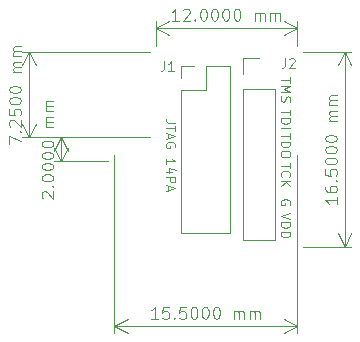
<source format=gbr>
%TF.GenerationSoftware,KiCad,Pcbnew,8.0.8-rc1*%
%TF.CreationDate,2026-02-12T14:51:53+09:00*%
%TF.ProjectId,jtag_14pa,6a746167-5f31-4347-9061-2e6b69636164,rev?*%
%TF.SameCoordinates,Original*%
%TF.FileFunction,Legend,Top*%
%TF.FilePolarity,Positive*%
%FSLAX46Y46*%
G04 Gerber Fmt 4.6, Leading zero omitted, Abs format (unit mm)*
G04 Created by KiCad (PCBNEW 8.0.8-rc1) date 2026-02-12 14:51:53*
%MOMM*%
%LPD*%
G01*
G04 APERTURE LIST*
%ADD10C,0.100000*%
%ADD11C,0.125000*%
%ADD12C,0.120000*%
G04 APERTURE END LIST*
D10*
X131952381Y-104857419D02*
X131380953Y-104857419D01*
X131666667Y-104857419D02*
X131666667Y-103857419D01*
X131666667Y-103857419D02*
X131571429Y-104000276D01*
X131571429Y-104000276D02*
X131476191Y-104095514D01*
X131476191Y-104095514D02*
X131380953Y-104143133D01*
X132857143Y-103857419D02*
X132380953Y-103857419D01*
X132380953Y-103857419D02*
X132333334Y-104333609D01*
X132333334Y-104333609D02*
X132380953Y-104285990D01*
X132380953Y-104285990D02*
X132476191Y-104238371D01*
X132476191Y-104238371D02*
X132714286Y-104238371D01*
X132714286Y-104238371D02*
X132809524Y-104285990D01*
X132809524Y-104285990D02*
X132857143Y-104333609D01*
X132857143Y-104333609D02*
X132904762Y-104428847D01*
X132904762Y-104428847D02*
X132904762Y-104666942D01*
X132904762Y-104666942D02*
X132857143Y-104762180D01*
X132857143Y-104762180D02*
X132809524Y-104809800D01*
X132809524Y-104809800D02*
X132714286Y-104857419D01*
X132714286Y-104857419D02*
X132476191Y-104857419D01*
X132476191Y-104857419D02*
X132380953Y-104809800D01*
X132380953Y-104809800D02*
X132333334Y-104762180D01*
X133333334Y-104762180D02*
X133380953Y-104809800D01*
X133380953Y-104809800D02*
X133333334Y-104857419D01*
X133333334Y-104857419D02*
X133285715Y-104809800D01*
X133285715Y-104809800D02*
X133333334Y-104762180D01*
X133333334Y-104762180D02*
X133333334Y-104857419D01*
X134285714Y-103857419D02*
X133809524Y-103857419D01*
X133809524Y-103857419D02*
X133761905Y-104333609D01*
X133761905Y-104333609D02*
X133809524Y-104285990D01*
X133809524Y-104285990D02*
X133904762Y-104238371D01*
X133904762Y-104238371D02*
X134142857Y-104238371D01*
X134142857Y-104238371D02*
X134238095Y-104285990D01*
X134238095Y-104285990D02*
X134285714Y-104333609D01*
X134285714Y-104333609D02*
X134333333Y-104428847D01*
X134333333Y-104428847D02*
X134333333Y-104666942D01*
X134333333Y-104666942D02*
X134285714Y-104762180D01*
X134285714Y-104762180D02*
X134238095Y-104809800D01*
X134238095Y-104809800D02*
X134142857Y-104857419D01*
X134142857Y-104857419D02*
X133904762Y-104857419D01*
X133904762Y-104857419D02*
X133809524Y-104809800D01*
X133809524Y-104809800D02*
X133761905Y-104762180D01*
X134952381Y-103857419D02*
X135047619Y-103857419D01*
X135047619Y-103857419D02*
X135142857Y-103905038D01*
X135142857Y-103905038D02*
X135190476Y-103952657D01*
X135190476Y-103952657D02*
X135238095Y-104047895D01*
X135238095Y-104047895D02*
X135285714Y-104238371D01*
X135285714Y-104238371D02*
X135285714Y-104476466D01*
X135285714Y-104476466D02*
X135238095Y-104666942D01*
X135238095Y-104666942D02*
X135190476Y-104762180D01*
X135190476Y-104762180D02*
X135142857Y-104809800D01*
X135142857Y-104809800D02*
X135047619Y-104857419D01*
X135047619Y-104857419D02*
X134952381Y-104857419D01*
X134952381Y-104857419D02*
X134857143Y-104809800D01*
X134857143Y-104809800D02*
X134809524Y-104762180D01*
X134809524Y-104762180D02*
X134761905Y-104666942D01*
X134761905Y-104666942D02*
X134714286Y-104476466D01*
X134714286Y-104476466D02*
X134714286Y-104238371D01*
X134714286Y-104238371D02*
X134761905Y-104047895D01*
X134761905Y-104047895D02*
X134809524Y-103952657D01*
X134809524Y-103952657D02*
X134857143Y-103905038D01*
X134857143Y-103905038D02*
X134952381Y-103857419D01*
X135904762Y-103857419D02*
X136000000Y-103857419D01*
X136000000Y-103857419D02*
X136095238Y-103905038D01*
X136095238Y-103905038D02*
X136142857Y-103952657D01*
X136142857Y-103952657D02*
X136190476Y-104047895D01*
X136190476Y-104047895D02*
X136238095Y-104238371D01*
X136238095Y-104238371D02*
X136238095Y-104476466D01*
X136238095Y-104476466D02*
X136190476Y-104666942D01*
X136190476Y-104666942D02*
X136142857Y-104762180D01*
X136142857Y-104762180D02*
X136095238Y-104809800D01*
X136095238Y-104809800D02*
X136000000Y-104857419D01*
X136000000Y-104857419D02*
X135904762Y-104857419D01*
X135904762Y-104857419D02*
X135809524Y-104809800D01*
X135809524Y-104809800D02*
X135761905Y-104762180D01*
X135761905Y-104762180D02*
X135714286Y-104666942D01*
X135714286Y-104666942D02*
X135666667Y-104476466D01*
X135666667Y-104476466D02*
X135666667Y-104238371D01*
X135666667Y-104238371D02*
X135714286Y-104047895D01*
X135714286Y-104047895D02*
X135761905Y-103952657D01*
X135761905Y-103952657D02*
X135809524Y-103905038D01*
X135809524Y-103905038D02*
X135904762Y-103857419D01*
X136857143Y-103857419D02*
X136952381Y-103857419D01*
X136952381Y-103857419D02*
X137047619Y-103905038D01*
X137047619Y-103905038D02*
X137095238Y-103952657D01*
X137095238Y-103952657D02*
X137142857Y-104047895D01*
X137142857Y-104047895D02*
X137190476Y-104238371D01*
X137190476Y-104238371D02*
X137190476Y-104476466D01*
X137190476Y-104476466D02*
X137142857Y-104666942D01*
X137142857Y-104666942D02*
X137095238Y-104762180D01*
X137095238Y-104762180D02*
X137047619Y-104809800D01*
X137047619Y-104809800D02*
X136952381Y-104857419D01*
X136952381Y-104857419D02*
X136857143Y-104857419D01*
X136857143Y-104857419D02*
X136761905Y-104809800D01*
X136761905Y-104809800D02*
X136714286Y-104762180D01*
X136714286Y-104762180D02*
X136666667Y-104666942D01*
X136666667Y-104666942D02*
X136619048Y-104476466D01*
X136619048Y-104476466D02*
X136619048Y-104238371D01*
X136619048Y-104238371D02*
X136666667Y-104047895D01*
X136666667Y-104047895D02*
X136714286Y-103952657D01*
X136714286Y-103952657D02*
X136761905Y-103905038D01*
X136761905Y-103905038D02*
X136857143Y-103857419D01*
X138380953Y-104857419D02*
X138380953Y-104190752D01*
X138380953Y-104285990D02*
X138428572Y-104238371D01*
X138428572Y-104238371D02*
X138523810Y-104190752D01*
X138523810Y-104190752D02*
X138666667Y-104190752D01*
X138666667Y-104190752D02*
X138761905Y-104238371D01*
X138761905Y-104238371D02*
X138809524Y-104333609D01*
X138809524Y-104333609D02*
X138809524Y-104857419D01*
X138809524Y-104333609D02*
X138857143Y-104238371D01*
X138857143Y-104238371D02*
X138952381Y-104190752D01*
X138952381Y-104190752D02*
X139095238Y-104190752D01*
X139095238Y-104190752D02*
X139190477Y-104238371D01*
X139190477Y-104238371D02*
X139238096Y-104333609D01*
X139238096Y-104333609D02*
X139238096Y-104857419D01*
X139714286Y-104857419D02*
X139714286Y-104190752D01*
X139714286Y-104285990D02*
X139761905Y-104238371D01*
X139761905Y-104238371D02*
X139857143Y-104190752D01*
X139857143Y-104190752D02*
X140000000Y-104190752D01*
X140000000Y-104190752D02*
X140095238Y-104238371D01*
X140095238Y-104238371D02*
X140142857Y-104333609D01*
X140142857Y-104333609D02*
X140142857Y-104857419D01*
X140142857Y-104333609D02*
X140190476Y-104238371D01*
X140190476Y-104238371D02*
X140285714Y-104190752D01*
X140285714Y-104190752D02*
X140428571Y-104190752D01*
X140428571Y-104190752D02*
X140523810Y-104238371D01*
X140523810Y-104238371D02*
X140571429Y-104333609D01*
X140571429Y-104333609D02*
X140571429Y-104857419D01*
X128250000Y-91000000D02*
X128250000Y-106086420D01*
X143750000Y-91000000D02*
X143750000Y-106086420D01*
X128250000Y-105500000D02*
X143750000Y-105500000D01*
X128250000Y-105500000D02*
X143750000Y-105500000D01*
X128250000Y-105500000D02*
X129376504Y-104913579D01*
X128250000Y-105500000D02*
X129376504Y-106086421D01*
X143750000Y-105500000D02*
X142623496Y-106086421D01*
X143750000Y-105500000D02*
X142623496Y-104913579D01*
D11*
X143154404Y-89158426D02*
X143154404Y-89615569D01*
X142354404Y-89386997D02*
X143154404Y-89386997D01*
X142354404Y-89882236D02*
X143154404Y-89882236D01*
X143154404Y-89882236D02*
X143154404Y-90072712D01*
X143154404Y-90072712D02*
X143116309Y-90186998D01*
X143116309Y-90186998D02*
X143040119Y-90263188D01*
X143040119Y-90263188D02*
X142963928Y-90301283D01*
X142963928Y-90301283D02*
X142811547Y-90339379D01*
X142811547Y-90339379D02*
X142697261Y-90339379D01*
X142697261Y-90339379D02*
X142544880Y-90301283D01*
X142544880Y-90301283D02*
X142468690Y-90263188D01*
X142468690Y-90263188D02*
X142392500Y-90186998D01*
X142392500Y-90186998D02*
X142354404Y-90072712D01*
X142354404Y-90072712D02*
X142354404Y-89882236D01*
X143154404Y-90834617D02*
X143154404Y-90986998D01*
X143154404Y-90986998D02*
X143116309Y-91063188D01*
X143116309Y-91063188D02*
X143040119Y-91139379D01*
X143040119Y-91139379D02*
X142887738Y-91177474D01*
X142887738Y-91177474D02*
X142621071Y-91177474D01*
X142621071Y-91177474D02*
X142468690Y-91139379D01*
X142468690Y-91139379D02*
X142392500Y-91063188D01*
X142392500Y-91063188D02*
X142354404Y-90986998D01*
X142354404Y-90986998D02*
X142354404Y-90834617D01*
X142354404Y-90834617D02*
X142392500Y-90758426D01*
X142392500Y-90758426D02*
X142468690Y-90682236D01*
X142468690Y-90682236D02*
X142621071Y-90644140D01*
X142621071Y-90644140D02*
X142887738Y-90644140D01*
X142887738Y-90644140D02*
X143040119Y-90682236D01*
X143040119Y-90682236D02*
X143116309Y-90758426D01*
X143116309Y-90758426D02*
X143154404Y-90834617D01*
X143154404Y-87158426D02*
X143154404Y-87615569D01*
X142354404Y-87386997D02*
X143154404Y-87386997D01*
X142354404Y-87882236D02*
X143154404Y-87882236D01*
X143154404Y-87882236D02*
X143154404Y-88072712D01*
X143154404Y-88072712D02*
X143116309Y-88186998D01*
X143116309Y-88186998D02*
X143040119Y-88263188D01*
X143040119Y-88263188D02*
X142963928Y-88301283D01*
X142963928Y-88301283D02*
X142811547Y-88339379D01*
X142811547Y-88339379D02*
X142697261Y-88339379D01*
X142697261Y-88339379D02*
X142544880Y-88301283D01*
X142544880Y-88301283D02*
X142468690Y-88263188D01*
X142468690Y-88263188D02*
X142392500Y-88186998D01*
X142392500Y-88186998D02*
X142354404Y-88072712D01*
X142354404Y-88072712D02*
X142354404Y-87882236D01*
X142354404Y-88682236D02*
X143154404Y-88682236D01*
X143154404Y-95908426D02*
X142354404Y-96175093D01*
X142354404Y-96175093D02*
X143154404Y-96441759D01*
X142354404Y-96708426D02*
X143154404Y-96708426D01*
X143154404Y-96708426D02*
X143154404Y-96898902D01*
X143154404Y-96898902D02*
X143116309Y-97013188D01*
X143116309Y-97013188D02*
X143040119Y-97089378D01*
X143040119Y-97089378D02*
X142963928Y-97127473D01*
X142963928Y-97127473D02*
X142811547Y-97165569D01*
X142811547Y-97165569D02*
X142697261Y-97165569D01*
X142697261Y-97165569D02*
X142544880Y-97127473D01*
X142544880Y-97127473D02*
X142468690Y-97089378D01*
X142468690Y-97089378D02*
X142392500Y-97013188D01*
X142392500Y-97013188D02*
X142354404Y-96898902D01*
X142354404Y-96898902D02*
X142354404Y-96708426D01*
X142354404Y-97508426D02*
X143154404Y-97508426D01*
X143154404Y-97508426D02*
X143154404Y-97698902D01*
X143154404Y-97698902D02*
X143116309Y-97813188D01*
X143116309Y-97813188D02*
X143040119Y-97889378D01*
X143040119Y-97889378D02*
X142963928Y-97927473D01*
X142963928Y-97927473D02*
X142811547Y-97965569D01*
X142811547Y-97965569D02*
X142697261Y-97965569D01*
X142697261Y-97965569D02*
X142544880Y-97927473D01*
X142544880Y-97927473D02*
X142468690Y-97889378D01*
X142468690Y-97889378D02*
X142392500Y-97813188D01*
X142392500Y-97813188D02*
X142354404Y-97698902D01*
X142354404Y-97698902D02*
X142354404Y-97508426D01*
X143154404Y-84408426D02*
X143154404Y-84865569D01*
X142354404Y-84636997D02*
X143154404Y-84636997D01*
X142354404Y-85132236D02*
X143154404Y-85132236D01*
X143154404Y-85132236D02*
X142582976Y-85398902D01*
X142582976Y-85398902D02*
X143154404Y-85665569D01*
X143154404Y-85665569D02*
X142354404Y-85665569D01*
X142392500Y-86008426D02*
X142354404Y-86122712D01*
X142354404Y-86122712D02*
X142354404Y-86313188D01*
X142354404Y-86313188D02*
X142392500Y-86389379D01*
X142392500Y-86389379D02*
X142430595Y-86427474D01*
X142430595Y-86427474D02*
X142506785Y-86465569D01*
X142506785Y-86465569D02*
X142582976Y-86465569D01*
X142582976Y-86465569D02*
X142659166Y-86427474D01*
X142659166Y-86427474D02*
X142697261Y-86389379D01*
X142697261Y-86389379D02*
X142735357Y-86313188D01*
X142735357Y-86313188D02*
X142773452Y-86160807D01*
X142773452Y-86160807D02*
X142811547Y-86084617D01*
X142811547Y-86084617D02*
X142849642Y-86046522D01*
X142849642Y-86046522D02*
X142925833Y-86008426D01*
X142925833Y-86008426D02*
X143002023Y-86008426D01*
X143002023Y-86008426D02*
X143078214Y-86046522D01*
X143078214Y-86046522D02*
X143116309Y-86084617D01*
X143116309Y-86084617D02*
X143154404Y-86160807D01*
X143154404Y-86160807D02*
X143154404Y-86351284D01*
X143154404Y-86351284D02*
X143116309Y-86465569D01*
X143154404Y-91658426D02*
X143154404Y-92115569D01*
X142354404Y-91886997D02*
X143154404Y-91886997D01*
X142430595Y-92839379D02*
X142392500Y-92801283D01*
X142392500Y-92801283D02*
X142354404Y-92686998D01*
X142354404Y-92686998D02*
X142354404Y-92610807D01*
X142354404Y-92610807D02*
X142392500Y-92496521D01*
X142392500Y-92496521D02*
X142468690Y-92420331D01*
X142468690Y-92420331D02*
X142544880Y-92382236D01*
X142544880Y-92382236D02*
X142697261Y-92344140D01*
X142697261Y-92344140D02*
X142811547Y-92344140D01*
X142811547Y-92344140D02*
X142963928Y-92382236D01*
X142963928Y-92382236D02*
X143040119Y-92420331D01*
X143040119Y-92420331D02*
X143116309Y-92496521D01*
X143116309Y-92496521D02*
X143154404Y-92610807D01*
X143154404Y-92610807D02*
X143154404Y-92686998D01*
X143154404Y-92686998D02*
X143116309Y-92801283D01*
X143116309Y-92801283D02*
X143078214Y-92839379D01*
X142354404Y-93182236D02*
X143154404Y-93182236D01*
X142354404Y-93639379D02*
X142811547Y-93296521D01*
X143154404Y-93639379D02*
X142697261Y-93182236D01*
X133404404Y-88251283D02*
X132832976Y-88251283D01*
X132832976Y-88251283D02*
X132718690Y-88213188D01*
X132718690Y-88213188D02*
X132642500Y-88136997D01*
X132642500Y-88136997D02*
X132604404Y-88022712D01*
X132604404Y-88022712D02*
X132604404Y-87946521D01*
X133404404Y-88517950D02*
X133404404Y-88975093D01*
X132604404Y-88746521D02*
X133404404Y-88746521D01*
X132832976Y-89203664D02*
X132832976Y-89584617D01*
X132604404Y-89127474D02*
X133404404Y-89394141D01*
X133404404Y-89394141D02*
X132604404Y-89660807D01*
X133366309Y-90346521D02*
X133404404Y-90270331D01*
X133404404Y-90270331D02*
X133404404Y-90156045D01*
X133404404Y-90156045D02*
X133366309Y-90041759D01*
X133366309Y-90041759D02*
X133290119Y-89965569D01*
X133290119Y-89965569D02*
X133213928Y-89927474D01*
X133213928Y-89927474D02*
X133061547Y-89889378D01*
X133061547Y-89889378D02*
X132947261Y-89889378D01*
X132947261Y-89889378D02*
X132794880Y-89927474D01*
X132794880Y-89927474D02*
X132718690Y-89965569D01*
X132718690Y-89965569D02*
X132642500Y-90041759D01*
X132642500Y-90041759D02*
X132604404Y-90156045D01*
X132604404Y-90156045D02*
X132604404Y-90232236D01*
X132604404Y-90232236D02*
X132642500Y-90346521D01*
X132642500Y-90346521D02*
X132680595Y-90384617D01*
X132680595Y-90384617D02*
X132947261Y-90384617D01*
X132947261Y-90384617D02*
X132947261Y-90232236D01*
X132604404Y-91756045D02*
X132604404Y-91298902D01*
X132604404Y-91527474D02*
X133404404Y-91527474D01*
X133404404Y-91527474D02*
X133290119Y-91451283D01*
X133290119Y-91451283D02*
X133213928Y-91375093D01*
X133213928Y-91375093D02*
X133175833Y-91298902D01*
X133137738Y-92441760D02*
X132604404Y-92441760D01*
X133442500Y-92251284D02*
X132871071Y-92060807D01*
X132871071Y-92060807D02*
X132871071Y-92556046D01*
X132604404Y-92860808D02*
X133404404Y-92860808D01*
X133404404Y-92860808D02*
X133404404Y-93165570D01*
X133404404Y-93165570D02*
X133366309Y-93241760D01*
X133366309Y-93241760D02*
X133328214Y-93279855D01*
X133328214Y-93279855D02*
X133252023Y-93317951D01*
X133252023Y-93317951D02*
X133137738Y-93317951D01*
X133137738Y-93317951D02*
X133061547Y-93279855D01*
X133061547Y-93279855D02*
X133023452Y-93241760D01*
X133023452Y-93241760D02*
X132985357Y-93165570D01*
X132985357Y-93165570D02*
X132985357Y-92860808D01*
X132832976Y-93622712D02*
X132832976Y-94003665D01*
X132604404Y-93546522D02*
X133404404Y-93813189D01*
X133404404Y-93813189D02*
X132604404Y-94079855D01*
X143116309Y-95191759D02*
X143154404Y-95115569D01*
X143154404Y-95115569D02*
X143154404Y-95001283D01*
X143154404Y-95001283D02*
X143116309Y-94886997D01*
X143116309Y-94886997D02*
X143040119Y-94810807D01*
X143040119Y-94810807D02*
X142963928Y-94772712D01*
X142963928Y-94772712D02*
X142811547Y-94734616D01*
X142811547Y-94734616D02*
X142697261Y-94734616D01*
X142697261Y-94734616D02*
X142544880Y-94772712D01*
X142544880Y-94772712D02*
X142468690Y-94810807D01*
X142468690Y-94810807D02*
X142392500Y-94886997D01*
X142392500Y-94886997D02*
X142354404Y-95001283D01*
X142354404Y-95001283D02*
X142354404Y-95077474D01*
X142354404Y-95077474D02*
X142392500Y-95191759D01*
X142392500Y-95191759D02*
X142430595Y-95229855D01*
X142430595Y-95229855D02*
X142697261Y-95229855D01*
X142697261Y-95229855D02*
X142697261Y-95077474D01*
D10*
X119357419Y-90065475D02*
X119357419Y-89398809D01*
X119357419Y-89398809D02*
X120357419Y-89827380D01*
X120262180Y-89017856D02*
X120309800Y-88970237D01*
X120309800Y-88970237D02*
X120357419Y-89017856D01*
X120357419Y-89017856D02*
X120309800Y-89065475D01*
X120309800Y-89065475D02*
X120262180Y-89017856D01*
X120262180Y-89017856D02*
X120357419Y-89017856D01*
X119452657Y-88589285D02*
X119405038Y-88541666D01*
X119405038Y-88541666D02*
X119357419Y-88446428D01*
X119357419Y-88446428D02*
X119357419Y-88208333D01*
X119357419Y-88208333D02*
X119405038Y-88113095D01*
X119405038Y-88113095D02*
X119452657Y-88065476D01*
X119452657Y-88065476D02*
X119547895Y-88017857D01*
X119547895Y-88017857D02*
X119643133Y-88017857D01*
X119643133Y-88017857D02*
X119785990Y-88065476D01*
X119785990Y-88065476D02*
X120357419Y-88636904D01*
X120357419Y-88636904D02*
X120357419Y-88017857D01*
X119357419Y-87113095D02*
X119357419Y-87589285D01*
X119357419Y-87589285D02*
X119833609Y-87636904D01*
X119833609Y-87636904D02*
X119785990Y-87589285D01*
X119785990Y-87589285D02*
X119738371Y-87494047D01*
X119738371Y-87494047D02*
X119738371Y-87255952D01*
X119738371Y-87255952D02*
X119785990Y-87160714D01*
X119785990Y-87160714D02*
X119833609Y-87113095D01*
X119833609Y-87113095D02*
X119928847Y-87065476D01*
X119928847Y-87065476D02*
X120166942Y-87065476D01*
X120166942Y-87065476D02*
X120262180Y-87113095D01*
X120262180Y-87113095D02*
X120309800Y-87160714D01*
X120309800Y-87160714D02*
X120357419Y-87255952D01*
X120357419Y-87255952D02*
X120357419Y-87494047D01*
X120357419Y-87494047D02*
X120309800Y-87589285D01*
X120309800Y-87589285D02*
X120262180Y-87636904D01*
X119357419Y-86446428D02*
X119357419Y-86351190D01*
X119357419Y-86351190D02*
X119405038Y-86255952D01*
X119405038Y-86255952D02*
X119452657Y-86208333D01*
X119452657Y-86208333D02*
X119547895Y-86160714D01*
X119547895Y-86160714D02*
X119738371Y-86113095D01*
X119738371Y-86113095D02*
X119976466Y-86113095D01*
X119976466Y-86113095D02*
X120166942Y-86160714D01*
X120166942Y-86160714D02*
X120262180Y-86208333D01*
X120262180Y-86208333D02*
X120309800Y-86255952D01*
X120309800Y-86255952D02*
X120357419Y-86351190D01*
X120357419Y-86351190D02*
X120357419Y-86446428D01*
X120357419Y-86446428D02*
X120309800Y-86541666D01*
X120309800Y-86541666D02*
X120262180Y-86589285D01*
X120262180Y-86589285D02*
X120166942Y-86636904D01*
X120166942Y-86636904D02*
X119976466Y-86684523D01*
X119976466Y-86684523D02*
X119738371Y-86684523D01*
X119738371Y-86684523D02*
X119547895Y-86636904D01*
X119547895Y-86636904D02*
X119452657Y-86589285D01*
X119452657Y-86589285D02*
X119405038Y-86541666D01*
X119405038Y-86541666D02*
X119357419Y-86446428D01*
X119357419Y-85494047D02*
X119357419Y-85398809D01*
X119357419Y-85398809D02*
X119405038Y-85303571D01*
X119405038Y-85303571D02*
X119452657Y-85255952D01*
X119452657Y-85255952D02*
X119547895Y-85208333D01*
X119547895Y-85208333D02*
X119738371Y-85160714D01*
X119738371Y-85160714D02*
X119976466Y-85160714D01*
X119976466Y-85160714D02*
X120166942Y-85208333D01*
X120166942Y-85208333D02*
X120262180Y-85255952D01*
X120262180Y-85255952D02*
X120309800Y-85303571D01*
X120309800Y-85303571D02*
X120357419Y-85398809D01*
X120357419Y-85398809D02*
X120357419Y-85494047D01*
X120357419Y-85494047D02*
X120309800Y-85589285D01*
X120309800Y-85589285D02*
X120262180Y-85636904D01*
X120262180Y-85636904D02*
X120166942Y-85684523D01*
X120166942Y-85684523D02*
X119976466Y-85732142D01*
X119976466Y-85732142D02*
X119738371Y-85732142D01*
X119738371Y-85732142D02*
X119547895Y-85684523D01*
X119547895Y-85684523D02*
X119452657Y-85636904D01*
X119452657Y-85636904D02*
X119405038Y-85589285D01*
X119405038Y-85589285D02*
X119357419Y-85494047D01*
X120357419Y-83970237D02*
X119690752Y-83970237D01*
X119785990Y-83970237D02*
X119738371Y-83922618D01*
X119738371Y-83922618D02*
X119690752Y-83827380D01*
X119690752Y-83827380D02*
X119690752Y-83684523D01*
X119690752Y-83684523D02*
X119738371Y-83589285D01*
X119738371Y-83589285D02*
X119833609Y-83541666D01*
X119833609Y-83541666D02*
X120357419Y-83541666D01*
X119833609Y-83541666D02*
X119738371Y-83494047D01*
X119738371Y-83494047D02*
X119690752Y-83398809D01*
X119690752Y-83398809D02*
X119690752Y-83255952D01*
X119690752Y-83255952D02*
X119738371Y-83160713D01*
X119738371Y-83160713D02*
X119833609Y-83113094D01*
X119833609Y-83113094D02*
X120357419Y-83113094D01*
X120357419Y-82636904D02*
X119690752Y-82636904D01*
X119785990Y-82636904D02*
X119738371Y-82589285D01*
X119738371Y-82589285D02*
X119690752Y-82494047D01*
X119690752Y-82494047D02*
X119690752Y-82351190D01*
X119690752Y-82351190D02*
X119738371Y-82255952D01*
X119738371Y-82255952D02*
X119833609Y-82208333D01*
X119833609Y-82208333D02*
X120357419Y-82208333D01*
X119833609Y-82208333D02*
X119738371Y-82160714D01*
X119738371Y-82160714D02*
X119690752Y-82065476D01*
X119690752Y-82065476D02*
X119690752Y-81922619D01*
X119690752Y-81922619D02*
X119738371Y-81827380D01*
X119738371Y-81827380D02*
X119833609Y-81779761D01*
X119833609Y-81779761D02*
X120357419Y-81779761D01*
X131250000Y-82250000D02*
X120413580Y-82250000D01*
X131250000Y-89500000D02*
X120413580Y-89500000D01*
X121000000Y-82250000D02*
X121000000Y-89500000D01*
X121000000Y-82250000D02*
X121000000Y-89500000D01*
X121000000Y-82250000D02*
X121586421Y-83376504D01*
X121000000Y-82250000D02*
X120413579Y-83376504D01*
X121000000Y-89500000D02*
X120413579Y-88373496D01*
X121000000Y-89500000D02*
X121586421Y-88373496D01*
X122202657Y-94642856D02*
X122155038Y-94595237D01*
X122155038Y-94595237D02*
X122107419Y-94499999D01*
X122107419Y-94499999D02*
X122107419Y-94261904D01*
X122107419Y-94261904D02*
X122155038Y-94166666D01*
X122155038Y-94166666D02*
X122202657Y-94119047D01*
X122202657Y-94119047D02*
X122297895Y-94071428D01*
X122297895Y-94071428D02*
X122393133Y-94071428D01*
X122393133Y-94071428D02*
X122535990Y-94119047D01*
X122535990Y-94119047D02*
X123107419Y-94690475D01*
X123107419Y-94690475D02*
X123107419Y-94071428D01*
X123012180Y-93642856D02*
X123059800Y-93595237D01*
X123059800Y-93595237D02*
X123107419Y-93642856D01*
X123107419Y-93642856D02*
X123059800Y-93690475D01*
X123059800Y-93690475D02*
X123012180Y-93642856D01*
X123012180Y-93642856D02*
X123107419Y-93642856D01*
X122107419Y-92976190D02*
X122107419Y-92880952D01*
X122107419Y-92880952D02*
X122155038Y-92785714D01*
X122155038Y-92785714D02*
X122202657Y-92738095D01*
X122202657Y-92738095D02*
X122297895Y-92690476D01*
X122297895Y-92690476D02*
X122488371Y-92642857D01*
X122488371Y-92642857D02*
X122726466Y-92642857D01*
X122726466Y-92642857D02*
X122916942Y-92690476D01*
X122916942Y-92690476D02*
X123012180Y-92738095D01*
X123012180Y-92738095D02*
X123059800Y-92785714D01*
X123059800Y-92785714D02*
X123107419Y-92880952D01*
X123107419Y-92880952D02*
X123107419Y-92976190D01*
X123107419Y-92976190D02*
X123059800Y-93071428D01*
X123059800Y-93071428D02*
X123012180Y-93119047D01*
X123012180Y-93119047D02*
X122916942Y-93166666D01*
X122916942Y-93166666D02*
X122726466Y-93214285D01*
X122726466Y-93214285D02*
X122488371Y-93214285D01*
X122488371Y-93214285D02*
X122297895Y-93166666D01*
X122297895Y-93166666D02*
X122202657Y-93119047D01*
X122202657Y-93119047D02*
X122155038Y-93071428D01*
X122155038Y-93071428D02*
X122107419Y-92976190D01*
X122107419Y-92023809D02*
X122107419Y-91928571D01*
X122107419Y-91928571D02*
X122155038Y-91833333D01*
X122155038Y-91833333D02*
X122202657Y-91785714D01*
X122202657Y-91785714D02*
X122297895Y-91738095D01*
X122297895Y-91738095D02*
X122488371Y-91690476D01*
X122488371Y-91690476D02*
X122726466Y-91690476D01*
X122726466Y-91690476D02*
X122916942Y-91738095D01*
X122916942Y-91738095D02*
X123012180Y-91785714D01*
X123012180Y-91785714D02*
X123059800Y-91833333D01*
X123059800Y-91833333D02*
X123107419Y-91928571D01*
X123107419Y-91928571D02*
X123107419Y-92023809D01*
X123107419Y-92023809D02*
X123059800Y-92119047D01*
X123059800Y-92119047D02*
X123012180Y-92166666D01*
X123012180Y-92166666D02*
X122916942Y-92214285D01*
X122916942Y-92214285D02*
X122726466Y-92261904D01*
X122726466Y-92261904D02*
X122488371Y-92261904D01*
X122488371Y-92261904D02*
X122297895Y-92214285D01*
X122297895Y-92214285D02*
X122202657Y-92166666D01*
X122202657Y-92166666D02*
X122155038Y-92119047D01*
X122155038Y-92119047D02*
X122107419Y-92023809D01*
X122107419Y-91071428D02*
X122107419Y-90976190D01*
X122107419Y-90976190D02*
X122155038Y-90880952D01*
X122155038Y-90880952D02*
X122202657Y-90833333D01*
X122202657Y-90833333D02*
X122297895Y-90785714D01*
X122297895Y-90785714D02*
X122488371Y-90738095D01*
X122488371Y-90738095D02*
X122726466Y-90738095D01*
X122726466Y-90738095D02*
X122916942Y-90785714D01*
X122916942Y-90785714D02*
X123012180Y-90833333D01*
X123012180Y-90833333D02*
X123059800Y-90880952D01*
X123059800Y-90880952D02*
X123107419Y-90976190D01*
X123107419Y-90976190D02*
X123107419Y-91071428D01*
X123107419Y-91071428D02*
X123059800Y-91166666D01*
X123059800Y-91166666D02*
X123012180Y-91214285D01*
X123012180Y-91214285D02*
X122916942Y-91261904D01*
X122916942Y-91261904D02*
X122726466Y-91309523D01*
X122726466Y-91309523D02*
X122488371Y-91309523D01*
X122488371Y-91309523D02*
X122297895Y-91261904D01*
X122297895Y-91261904D02*
X122202657Y-91214285D01*
X122202657Y-91214285D02*
X122155038Y-91166666D01*
X122155038Y-91166666D02*
X122107419Y-91071428D01*
X122107419Y-90119047D02*
X122107419Y-90023809D01*
X122107419Y-90023809D02*
X122155038Y-89928571D01*
X122155038Y-89928571D02*
X122202657Y-89880952D01*
X122202657Y-89880952D02*
X122297895Y-89833333D01*
X122297895Y-89833333D02*
X122488371Y-89785714D01*
X122488371Y-89785714D02*
X122726466Y-89785714D01*
X122726466Y-89785714D02*
X122916942Y-89833333D01*
X122916942Y-89833333D02*
X123012180Y-89880952D01*
X123012180Y-89880952D02*
X123059800Y-89928571D01*
X123059800Y-89928571D02*
X123107419Y-90023809D01*
X123107419Y-90023809D02*
X123107419Y-90119047D01*
X123107419Y-90119047D02*
X123059800Y-90214285D01*
X123059800Y-90214285D02*
X123012180Y-90261904D01*
X123012180Y-90261904D02*
X122916942Y-90309523D01*
X122916942Y-90309523D02*
X122726466Y-90357142D01*
X122726466Y-90357142D02*
X122488371Y-90357142D01*
X122488371Y-90357142D02*
X122297895Y-90309523D01*
X122297895Y-90309523D02*
X122202657Y-90261904D01*
X122202657Y-90261904D02*
X122155038Y-90214285D01*
X122155038Y-90214285D02*
X122107419Y-90119047D01*
X123107419Y-88595237D02*
X122440752Y-88595237D01*
X122535990Y-88595237D02*
X122488371Y-88547618D01*
X122488371Y-88547618D02*
X122440752Y-88452380D01*
X122440752Y-88452380D02*
X122440752Y-88309523D01*
X122440752Y-88309523D02*
X122488371Y-88214285D01*
X122488371Y-88214285D02*
X122583609Y-88166666D01*
X122583609Y-88166666D02*
X123107419Y-88166666D01*
X122583609Y-88166666D02*
X122488371Y-88119047D01*
X122488371Y-88119047D02*
X122440752Y-88023809D01*
X122440752Y-88023809D02*
X122440752Y-87880952D01*
X122440752Y-87880952D02*
X122488371Y-87785713D01*
X122488371Y-87785713D02*
X122583609Y-87738094D01*
X122583609Y-87738094D02*
X123107419Y-87738094D01*
X123107419Y-87261904D02*
X122440752Y-87261904D01*
X122535990Y-87261904D02*
X122488371Y-87214285D01*
X122488371Y-87214285D02*
X122440752Y-87119047D01*
X122440752Y-87119047D02*
X122440752Y-86976190D01*
X122440752Y-86976190D02*
X122488371Y-86880952D01*
X122488371Y-86880952D02*
X122583609Y-86833333D01*
X122583609Y-86833333D02*
X123107419Y-86833333D01*
X122583609Y-86833333D02*
X122488371Y-86785714D01*
X122488371Y-86785714D02*
X122440752Y-86690476D01*
X122440752Y-86690476D02*
X122440752Y-86547619D01*
X122440752Y-86547619D02*
X122488371Y-86452380D01*
X122488371Y-86452380D02*
X122583609Y-86404761D01*
X122583609Y-86404761D02*
X123107419Y-86404761D01*
X127750000Y-89500000D02*
X123163580Y-89500000D01*
X127750000Y-91500000D02*
X123163580Y-91500000D01*
X123750000Y-89500000D02*
X123750000Y-91500000D01*
X123750000Y-89500000D02*
X123750000Y-91500000D01*
X123750000Y-89500000D02*
X124336421Y-90626504D01*
X123750000Y-89500000D02*
X123163579Y-90626504D01*
X123750000Y-91500000D02*
X123163579Y-90373496D01*
X123750000Y-91500000D02*
X124336421Y-90373496D01*
X133702381Y-79607420D02*
X133130953Y-79607420D01*
X133416667Y-79607420D02*
X133416667Y-78607420D01*
X133416667Y-78607420D02*
X133321429Y-78750277D01*
X133321429Y-78750277D02*
X133226191Y-78845515D01*
X133226191Y-78845515D02*
X133130953Y-78893134D01*
X134083334Y-78702658D02*
X134130953Y-78655039D01*
X134130953Y-78655039D02*
X134226191Y-78607420D01*
X134226191Y-78607420D02*
X134464286Y-78607420D01*
X134464286Y-78607420D02*
X134559524Y-78655039D01*
X134559524Y-78655039D02*
X134607143Y-78702658D01*
X134607143Y-78702658D02*
X134654762Y-78797896D01*
X134654762Y-78797896D02*
X134654762Y-78893134D01*
X134654762Y-78893134D02*
X134607143Y-79035991D01*
X134607143Y-79035991D02*
X134035715Y-79607420D01*
X134035715Y-79607420D02*
X134654762Y-79607420D01*
X135083334Y-79512181D02*
X135130953Y-79559801D01*
X135130953Y-79559801D02*
X135083334Y-79607420D01*
X135083334Y-79607420D02*
X135035715Y-79559801D01*
X135035715Y-79559801D02*
X135083334Y-79512181D01*
X135083334Y-79512181D02*
X135083334Y-79607420D01*
X135750000Y-78607420D02*
X135845238Y-78607420D01*
X135845238Y-78607420D02*
X135940476Y-78655039D01*
X135940476Y-78655039D02*
X135988095Y-78702658D01*
X135988095Y-78702658D02*
X136035714Y-78797896D01*
X136035714Y-78797896D02*
X136083333Y-78988372D01*
X136083333Y-78988372D02*
X136083333Y-79226467D01*
X136083333Y-79226467D02*
X136035714Y-79416943D01*
X136035714Y-79416943D02*
X135988095Y-79512181D01*
X135988095Y-79512181D02*
X135940476Y-79559801D01*
X135940476Y-79559801D02*
X135845238Y-79607420D01*
X135845238Y-79607420D02*
X135750000Y-79607420D01*
X135750000Y-79607420D02*
X135654762Y-79559801D01*
X135654762Y-79559801D02*
X135607143Y-79512181D01*
X135607143Y-79512181D02*
X135559524Y-79416943D01*
X135559524Y-79416943D02*
X135511905Y-79226467D01*
X135511905Y-79226467D02*
X135511905Y-78988372D01*
X135511905Y-78988372D02*
X135559524Y-78797896D01*
X135559524Y-78797896D02*
X135607143Y-78702658D01*
X135607143Y-78702658D02*
X135654762Y-78655039D01*
X135654762Y-78655039D02*
X135750000Y-78607420D01*
X136702381Y-78607420D02*
X136797619Y-78607420D01*
X136797619Y-78607420D02*
X136892857Y-78655039D01*
X136892857Y-78655039D02*
X136940476Y-78702658D01*
X136940476Y-78702658D02*
X136988095Y-78797896D01*
X136988095Y-78797896D02*
X137035714Y-78988372D01*
X137035714Y-78988372D02*
X137035714Y-79226467D01*
X137035714Y-79226467D02*
X136988095Y-79416943D01*
X136988095Y-79416943D02*
X136940476Y-79512181D01*
X136940476Y-79512181D02*
X136892857Y-79559801D01*
X136892857Y-79559801D02*
X136797619Y-79607420D01*
X136797619Y-79607420D02*
X136702381Y-79607420D01*
X136702381Y-79607420D02*
X136607143Y-79559801D01*
X136607143Y-79559801D02*
X136559524Y-79512181D01*
X136559524Y-79512181D02*
X136511905Y-79416943D01*
X136511905Y-79416943D02*
X136464286Y-79226467D01*
X136464286Y-79226467D02*
X136464286Y-78988372D01*
X136464286Y-78988372D02*
X136511905Y-78797896D01*
X136511905Y-78797896D02*
X136559524Y-78702658D01*
X136559524Y-78702658D02*
X136607143Y-78655039D01*
X136607143Y-78655039D02*
X136702381Y-78607420D01*
X137654762Y-78607420D02*
X137750000Y-78607420D01*
X137750000Y-78607420D02*
X137845238Y-78655039D01*
X137845238Y-78655039D02*
X137892857Y-78702658D01*
X137892857Y-78702658D02*
X137940476Y-78797896D01*
X137940476Y-78797896D02*
X137988095Y-78988372D01*
X137988095Y-78988372D02*
X137988095Y-79226467D01*
X137988095Y-79226467D02*
X137940476Y-79416943D01*
X137940476Y-79416943D02*
X137892857Y-79512181D01*
X137892857Y-79512181D02*
X137845238Y-79559801D01*
X137845238Y-79559801D02*
X137750000Y-79607420D01*
X137750000Y-79607420D02*
X137654762Y-79607420D01*
X137654762Y-79607420D02*
X137559524Y-79559801D01*
X137559524Y-79559801D02*
X137511905Y-79512181D01*
X137511905Y-79512181D02*
X137464286Y-79416943D01*
X137464286Y-79416943D02*
X137416667Y-79226467D01*
X137416667Y-79226467D02*
X137416667Y-78988372D01*
X137416667Y-78988372D02*
X137464286Y-78797896D01*
X137464286Y-78797896D02*
X137511905Y-78702658D01*
X137511905Y-78702658D02*
X137559524Y-78655039D01*
X137559524Y-78655039D02*
X137654762Y-78607420D01*
X138607143Y-78607420D02*
X138702381Y-78607420D01*
X138702381Y-78607420D02*
X138797619Y-78655039D01*
X138797619Y-78655039D02*
X138845238Y-78702658D01*
X138845238Y-78702658D02*
X138892857Y-78797896D01*
X138892857Y-78797896D02*
X138940476Y-78988372D01*
X138940476Y-78988372D02*
X138940476Y-79226467D01*
X138940476Y-79226467D02*
X138892857Y-79416943D01*
X138892857Y-79416943D02*
X138845238Y-79512181D01*
X138845238Y-79512181D02*
X138797619Y-79559801D01*
X138797619Y-79559801D02*
X138702381Y-79607420D01*
X138702381Y-79607420D02*
X138607143Y-79607420D01*
X138607143Y-79607420D02*
X138511905Y-79559801D01*
X138511905Y-79559801D02*
X138464286Y-79512181D01*
X138464286Y-79512181D02*
X138416667Y-79416943D01*
X138416667Y-79416943D02*
X138369048Y-79226467D01*
X138369048Y-79226467D02*
X138369048Y-78988372D01*
X138369048Y-78988372D02*
X138416667Y-78797896D01*
X138416667Y-78797896D02*
X138464286Y-78702658D01*
X138464286Y-78702658D02*
X138511905Y-78655039D01*
X138511905Y-78655039D02*
X138607143Y-78607420D01*
X140130953Y-79607420D02*
X140130953Y-78940753D01*
X140130953Y-79035991D02*
X140178572Y-78988372D01*
X140178572Y-78988372D02*
X140273810Y-78940753D01*
X140273810Y-78940753D02*
X140416667Y-78940753D01*
X140416667Y-78940753D02*
X140511905Y-78988372D01*
X140511905Y-78988372D02*
X140559524Y-79083610D01*
X140559524Y-79083610D02*
X140559524Y-79607420D01*
X140559524Y-79083610D02*
X140607143Y-78988372D01*
X140607143Y-78988372D02*
X140702381Y-78940753D01*
X140702381Y-78940753D02*
X140845238Y-78940753D01*
X140845238Y-78940753D02*
X140940477Y-78988372D01*
X140940477Y-78988372D02*
X140988096Y-79083610D01*
X140988096Y-79083610D02*
X140988096Y-79607420D01*
X141464286Y-79607420D02*
X141464286Y-78940753D01*
X141464286Y-79035991D02*
X141511905Y-78988372D01*
X141511905Y-78988372D02*
X141607143Y-78940753D01*
X141607143Y-78940753D02*
X141750000Y-78940753D01*
X141750000Y-78940753D02*
X141845238Y-78988372D01*
X141845238Y-78988372D02*
X141892857Y-79083610D01*
X141892857Y-79083610D02*
X141892857Y-79607420D01*
X141892857Y-79083610D02*
X141940476Y-78988372D01*
X141940476Y-78988372D02*
X142035714Y-78940753D01*
X142035714Y-78940753D02*
X142178571Y-78940753D01*
X142178571Y-78940753D02*
X142273810Y-78988372D01*
X142273810Y-78988372D02*
X142321429Y-79083610D01*
X142321429Y-79083610D02*
X142321429Y-79607420D01*
X143750000Y-81750000D02*
X143750000Y-79663581D01*
X131750000Y-81750000D02*
X131750000Y-79663581D01*
X143750000Y-80250001D02*
X131750000Y-80250001D01*
X143750000Y-80250001D02*
X131750000Y-80250001D01*
X143750000Y-80250001D02*
X142623496Y-80836422D01*
X143750000Y-80250001D02*
X142623496Y-79663580D01*
X131750000Y-80250001D02*
X132876504Y-79663580D01*
X131750000Y-80250001D02*
X132876504Y-80836422D01*
X147107419Y-94547618D02*
X147107419Y-95119046D01*
X147107419Y-94833332D02*
X146107419Y-94833332D01*
X146107419Y-94833332D02*
X146250276Y-94928570D01*
X146250276Y-94928570D02*
X146345514Y-95023808D01*
X146345514Y-95023808D02*
X146393133Y-95119046D01*
X146107419Y-93690475D02*
X146107419Y-93880951D01*
X146107419Y-93880951D02*
X146155038Y-93976189D01*
X146155038Y-93976189D02*
X146202657Y-94023808D01*
X146202657Y-94023808D02*
X146345514Y-94119046D01*
X146345514Y-94119046D02*
X146535990Y-94166665D01*
X146535990Y-94166665D02*
X146916942Y-94166665D01*
X146916942Y-94166665D02*
X147012180Y-94119046D01*
X147012180Y-94119046D02*
X147059800Y-94071427D01*
X147059800Y-94071427D02*
X147107419Y-93976189D01*
X147107419Y-93976189D02*
X147107419Y-93785713D01*
X147107419Y-93785713D02*
X147059800Y-93690475D01*
X147059800Y-93690475D02*
X147012180Y-93642856D01*
X147012180Y-93642856D02*
X146916942Y-93595237D01*
X146916942Y-93595237D02*
X146678847Y-93595237D01*
X146678847Y-93595237D02*
X146583609Y-93642856D01*
X146583609Y-93642856D02*
X146535990Y-93690475D01*
X146535990Y-93690475D02*
X146488371Y-93785713D01*
X146488371Y-93785713D02*
X146488371Y-93976189D01*
X146488371Y-93976189D02*
X146535990Y-94071427D01*
X146535990Y-94071427D02*
X146583609Y-94119046D01*
X146583609Y-94119046D02*
X146678847Y-94166665D01*
X147012180Y-93166665D02*
X147059800Y-93119046D01*
X147059800Y-93119046D02*
X147107419Y-93166665D01*
X147107419Y-93166665D02*
X147059800Y-93214284D01*
X147059800Y-93214284D02*
X147012180Y-93166665D01*
X147012180Y-93166665D02*
X147107419Y-93166665D01*
X146107419Y-92214285D02*
X146107419Y-92690475D01*
X146107419Y-92690475D02*
X146583609Y-92738094D01*
X146583609Y-92738094D02*
X146535990Y-92690475D01*
X146535990Y-92690475D02*
X146488371Y-92595237D01*
X146488371Y-92595237D02*
X146488371Y-92357142D01*
X146488371Y-92357142D02*
X146535990Y-92261904D01*
X146535990Y-92261904D02*
X146583609Y-92214285D01*
X146583609Y-92214285D02*
X146678847Y-92166666D01*
X146678847Y-92166666D02*
X146916942Y-92166666D01*
X146916942Y-92166666D02*
X147012180Y-92214285D01*
X147012180Y-92214285D02*
X147059800Y-92261904D01*
X147059800Y-92261904D02*
X147107419Y-92357142D01*
X147107419Y-92357142D02*
X147107419Y-92595237D01*
X147107419Y-92595237D02*
X147059800Y-92690475D01*
X147059800Y-92690475D02*
X147012180Y-92738094D01*
X146107419Y-91547618D02*
X146107419Y-91452380D01*
X146107419Y-91452380D02*
X146155038Y-91357142D01*
X146155038Y-91357142D02*
X146202657Y-91309523D01*
X146202657Y-91309523D02*
X146297895Y-91261904D01*
X146297895Y-91261904D02*
X146488371Y-91214285D01*
X146488371Y-91214285D02*
X146726466Y-91214285D01*
X146726466Y-91214285D02*
X146916942Y-91261904D01*
X146916942Y-91261904D02*
X147012180Y-91309523D01*
X147012180Y-91309523D02*
X147059800Y-91357142D01*
X147059800Y-91357142D02*
X147107419Y-91452380D01*
X147107419Y-91452380D02*
X147107419Y-91547618D01*
X147107419Y-91547618D02*
X147059800Y-91642856D01*
X147059800Y-91642856D02*
X147012180Y-91690475D01*
X147012180Y-91690475D02*
X146916942Y-91738094D01*
X146916942Y-91738094D02*
X146726466Y-91785713D01*
X146726466Y-91785713D02*
X146488371Y-91785713D01*
X146488371Y-91785713D02*
X146297895Y-91738094D01*
X146297895Y-91738094D02*
X146202657Y-91690475D01*
X146202657Y-91690475D02*
X146155038Y-91642856D01*
X146155038Y-91642856D02*
X146107419Y-91547618D01*
X146107419Y-90595237D02*
X146107419Y-90499999D01*
X146107419Y-90499999D02*
X146155038Y-90404761D01*
X146155038Y-90404761D02*
X146202657Y-90357142D01*
X146202657Y-90357142D02*
X146297895Y-90309523D01*
X146297895Y-90309523D02*
X146488371Y-90261904D01*
X146488371Y-90261904D02*
X146726466Y-90261904D01*
X146726466Y-90261904D02*
X146916942Y-90309523D01*
X146916942Y-90309523D02*
X147012180Y-90357142D01*
X147012180Y-90357142D02*
X147059800Y-90404761D01*
X147059800Y-90404761D02*
X147107419Y-90499999D01*
X147107419Y-90499999D02*
X147107419Y-90595237D01*
X147107419Y-90595237D02*
X147059800Y-90690475D01*
X147059800Y-90690475D02*
X147012180Y-90738094D01*
X147012180Y-90738094D02*
X146916942Y-90785713D01*
X146916942Y-90785713D02*
X146726466Y-90833332D01*
X146726466Y-90833332D02*
X146488371Y-90833332D01*
X146488371Y-90833332D02*
X146297895Y-90785713D01*
X146297895Y-90785713D02*
X146202657Y-90738094D01*
X146202657Y-90738094D02*
X146155038Y-90690475D01*
X146155038Y-90690475D02*
X146107419Y-90595237D01*
X146107419Y-89642856D02*
X146107419Y-89547618D01*
X146107419Y-89547618D02*
X146155038Y-89452380D01*
X146155038Y-89452380D02*
X146202657Y-89404761D01*
X146202657Y-89404761D02*
X146297895Y-89357142D01*
X146297895Y-89357142D02*
X146488371Y-89309523D01*
X146488371Y-89309523D02*
X146726466Y-89309523D01*
X146726466Y-89309523D02*
X146916942Y-89357142D01*
X146916942Y-89357142D02*
X147012180Y-89404761D01*
X147012180Y-89404761D02*
X147059800Y-89452380D01*
X147059800Y-89452380D02*
X147107419Y-89547618D01*
X147107419Y-89547618D02*
X147107419Y-89642856D01*
X147107419Y-89642856D02*
X147059800Y-89738094D01*
X147059800Y-89738094D02*
X147012180Y-89785713D01*
X147012180Y-89785713D02*
X146916942Y-89833332D01*
X146916942Y-89833332D02*
X146726466Y-89880951D01*
X146726466Y-89880951D02*
X146488371Y-89880951D01*
X146488371Y-89880951D02*
X146297895Y-89833332D01*
X146297895Y-89833332D02*
X146202657Y-89785713D01*
X146202657Y-89785713D02*
X146155038Y-89738094D01*
X146155038Y-89738094D02*
X146107419Y-89642856D01*
X147107419Y-88119046D02*
X146440752Y-88119046D01*
X146535990Y-88119046D02*
X146488371Y-88071427D01*
X146488371Y-88071427D02*
X146440752Y-87976189D01*
X146440752Y-87976189D02*
X146440752Y-87833332D01*
X146440752Y-87833332D02*
X146488371Y-87738094D01*
X146488371Y-87738094D02*
X146583609Y-87690475D01*
X146583609Y-87690475D02*
X147107419Y-87690475D01*
X146583609Y-87690475D02*
X146488371Y-87642856D01*
X146488371Y-87642856D02*
X146440752Y-87547618D01*
X146440752Y-87547618D02*
X146440752Y-87404761D01*
X146440752Y-87404761D02*
X146488371Y-87309522D01*
X146488371Y-87309522D02*
X146583609Y-87261903D01*
X146583609Y-87261903D02*
X147107419Y-87261903D01*
X147107419Y-86785713D02*
X146440752Y-86785713D01*
X146535990Y-86785713D02*
X146488371Y-86738094D01*
X146488371Y-86738094D02*
X146440752Y-86642856D01*
X146440752Y-86642856D02*
X146440752Y-86499999D01*
X146440752Y-86499999D02*
X146488371Y-86404761D01*
X146488371Y-86404761D02*
X146583609Y-86357142D01*
X146583609Y-86357142D02*
X147107419Y-86357142D01*
X146583609Y-86357142D02*
X146488371Y-86309523D01*
X146488371Y-86309523D02*
X146440752Y-86214285D01*
X146440752Y-86214285D02*
X146440752Y-86071428D01*
X146440752Y-86071428D02*
X146488371Y-85976189D01*
X146488371Y-85976189D02*
X146583609Y-85928570D01*
X146583609Y-85928570D02*
X147107419Y-85928570D01*
X144250000Y-82250000D02*
X148336420Y-82250000D01*
X144250000Y-98750000D02*
X148336420Y-98750000D01*
X147750000Y-82250000D02*
X147750000Y-98750000D01*
X147750000Y-82250000D02*
X147750000Y-98750000D01*
X147750000Y-82250000D02*
X148336421Y-83376504D01*
X147750000Y-82250000D02*
X147163579Y-83376504D01*
X147750000Y-98750000D02*
X147163579Y-97623496D01*
X147750000Y-98750000D02*
X148336421Y-97623496D01*
D11*
X132483333Y-83063595D02*
X132483333Y-83635023D01*
X132483333Y-83635023D02*
X132445238Y-83749309D01*
X132445238Y-83749309D02*
X132369047Y-83825500D01*
X132369047Y-83825500D02*
X132254762Y-83863595D01*
X132254762Y-83863595D02*
X132178571Y-83863595D01*
X133283333Y-83863595D02*
X132826190Y-83863595D01*
X133054762Y-83863595D02*
X133054762Y-83063595D01*
X133054762Y-83063595D02*
X132978571Y-83177880D01*
X132978571Y-83177880D02*
X132902381Y-83254071D01*
X132902381Y-83254071D02*
X132826190Y-83292166D01*
X142733333Y-82813595D02*
X142733333Y-83385023D01*
X142733333Y-83385023D02*
X142695238Y-83499309D01*
X142695238Y-83499309D02*
X142619047Y-83575500D01*
X142619047Y-83575500D02*
X142504762Y-83613595D01*
X142504762Y-83613595D02*
X142428571Y-83613595D01*
X143076190Y-82889785D02*
X143114286Y-82851690D01*
X143114286Y-82851690D02*
X143190476Y-82813595D01*
X143190476Y-82813595D02*
X143380952Y-82813595D01*
X143380952Y-82813595D02*
X143457143Y-82851690D01*
X143457143Y-82851690D02*
X143495238Y-82889785D01*
X143495238Y-82889785D02*
X143533333Y-82965976D01*
X143533333Y-82965976D02*
X143533333Y-83042166D01*
X143533333Y-83042166D02*
X143495238Y-83156452D01*
X143495238Y-83156452D02*
X143038095Y-83613595D01*
X143038095Y-83613595D02*
X143533333Y-83613595D01*
D12*
%TO.C,J1*%
X139170000Y-82820000D02*
X140500000Y-82820000D01*
X139170000Y-84150000D02*
X139170000Y-82820000D01*
X139170000Y-85420000D02*
X139170000Y-98180000D01*
X139170000Y-85420000D02*
X141830000Y-85420000D01*
X139170000Y-98180000D02*
X141830000Y-98180000D01*
X141830000Y-85420000D02*
X141830000Y-98180000D01*
%TO.C,J2*%
X133940000Y-83440000D02*
X135000000Y-83440000D01*
X133940000Y-84500000D02*
X133940000Y-83440000D01*
X133940000Y-85500000D02*
X133940000Y-97560000D01*
X133940000Y-85500000D02*
X136000000Y-85500000D01*
X133940000Y-97560000D02*
X138060000Y-97560000D01*
X136000000Y-83440000D02*
X138060000Y-83440000D01*
X136000000Y-85500000D02*
X136000000Y-83440000D01*
X138060000Y-83440000D02*
X138060000Y-97560000D01*
%TD*%
M02*

</source>
